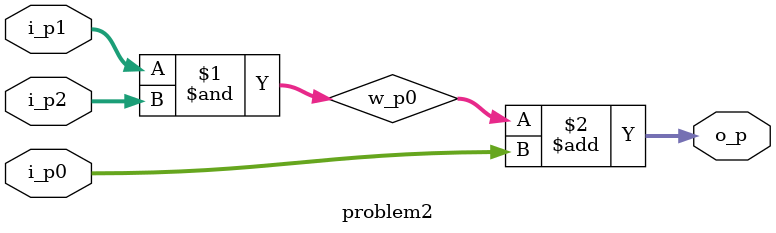
<source format=v>
module problem2(
  input  [7:0]  i_p0,
  input  [7:0]  i_p1,
  input  [7:0]  i_p2,
  output [7:0]  o_p
);

  wire [7:0] w_p0;

  assign w_p0 = i_p1 & i_p2;
  assign o_p = w_p0 + i_p0;

endmodule
</source>
